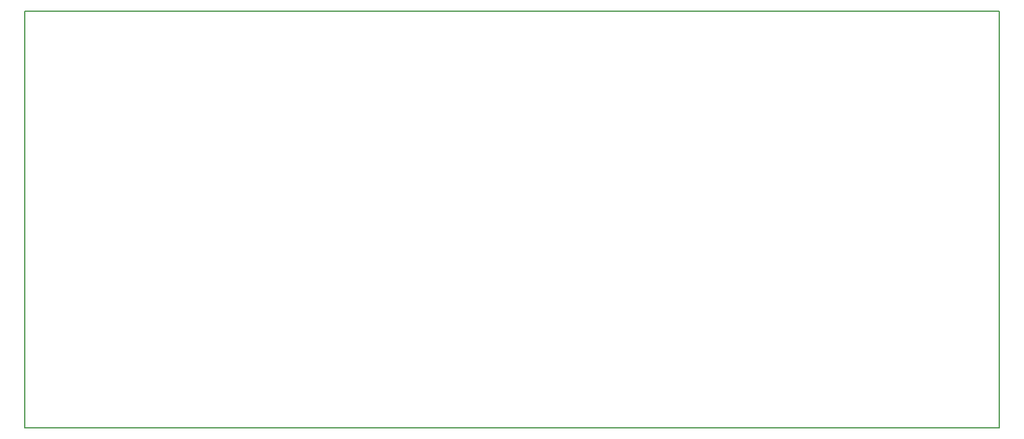
<source format=gm1>
G04 #@! TF.GenerationSoftware,KiCad,Pcbnew,(5.1.12)-1*
G04 #@! TF.CreationDate,2021-12-30T16:40:14-05:00*
G04 #@! TF.ProjectId,Nixie_Clock,4e697869-655f-4436-9c6f-636b2e6b6963,1.0*
G04 #@! TF.SameCoordinates,Original*
G04 #@! TF.FileFunction,Profile,NP*
%FSLAX46Y46*%
G04 Gerber Fmt 4.6, Leading zero omitted, Abs format (unit mm)*
G04 Created by KiCad (PCBNEW (5.1.12)-1) date 2021-12-30 16:40:14*
%MOMM*%
%LPD*%
G01*
G04 APERTURE LIST*
G04 #@! TA.AperFunction,Profile*
%ADD10C,0.150000*%
G04 #@! TD*
G04 APERTURE END LIST*
D10*
X199692400Y-73276400D02*
X199692400Y-133276400D01*
X199692400Y-73276400D02*
X59692400Y-73276400D01*
X59692400Y-133276400D02*
X59692400Y-73276400D01*
X199692400Y-133276400D02*
X59692400Y-133276400D01*
M02*

</source>
